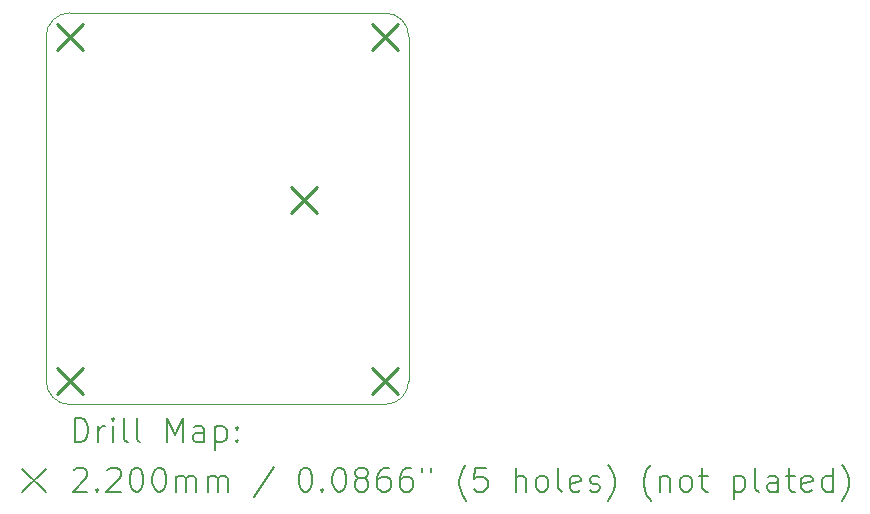
<source format=gbr>
%TF.GenerationSoftware,KiCad,Pcbnew,7.0.1*%
%TF.CreationDate,2023-07-13T12:38:34+02:00*%
%TF.ProjectId,voltmeter,766f6c74-6d65-4746-9572-2e6b69636164,3*%
%TF.SameCoordinates,Original*%
%TF.FileFunction,Drillmap*%
%TF.FilePolarity,Positive*%
%FSLAX45Y45*%
G04 Gerber Fmt 4.5, Leading zero omitted, Abs format (unit mm)*
G04 Created by KiCad (PCBNEW 7.0.1) date 2023-07-13 12:38:34*
%MOMM*%
%LPD*%
G01*
G04 APERTURE LIST*
%ADD10C,0.100000*%
%ADD11C,0.200000*%
%ADD12C,0.220000*%
G04 APERTURE END LIST*
D10*
X8330000Y-8122500D02*
X8330000Y-5207500D01*
X11200000Y-8322500D02*
X8530000Y-8322500D01*
X11400000Y-5207500D02*
X11400000Y-8122500D01*
X8530000Y-5007500D02*
G75*
G03*
X8330000Y-5207500I0J-200000D01*
G01*
X8530000Y-5007500D02*
X11200000Y-5007500D01*
X8330000Y-8122500D02*
G75*
G03*
X8530000Y-8322500I200000J0D01*
G01*
X11200000Y-8322500D02*
G75*
G03*
X11400000Y-8122500I0J200000D01*
G01*
X11400000Y-5207500D02*
G75*
G03*
X11200000Y-5007500I-200000J0D01*
G01*
D11*
D12*
X8420000Y-5097500D02*
X8640000Y-5317500D01*
X8640000Y-5097500D02*
X8420000Y-5317500D01*
X8420000Y-8012500D02*
X8640000Y-8232500D01*
X8640000Y-8012500D02*
X8420000Y-8232500D01*
X10405000Y-6478750D02*
X10625000Y-6698750D01*
X10625000Y-6478750D02*
X10405000Y-6698750D01*
X11090000Y-5097500D02*
X11310000Y-5317500D01*
X11310000Y-5097500D02*
X11090000Y-5317500D01*
X11090000Y-8012500D02*
X11310000Y-8232500D01*
X11310000Y-8012500D02*
X11090000Y-8232500D01*
D11*
X8572619Y-8640024D02*
X8572619Y-8440024D01*
X8572619Y-8440024D02*
X8620238Y-8440024D01*
X8620238Y-8440024D02*
X8648810Y-8449548D01*
X8648810Y-8449548D02*
X8667857Y-8468595D01*
X8667857Y-8468595D02*
X8677381Y-8487643D01*
X8677381Y-8487643D02*
X8686905Y-8525738D01*
X8686905Y-8525738D02*
X8686905Y-8554310D01*
X8686905Y-8554310D02*
X8677381Y-8592405D01*
X8677381Y-8592405D02*
X8667857Y-8611452D01*
X8667857Y-8611452D02*
X8648810Y-8630500D01*
X8648810Y-8630500D02*
X8620238Y-8640024D01*
X8620238Y-8640024D02*
X8572619Y-8640024D01*
X8772619Y-8640024D02*
X8772619Y-8506690D01*
X8772619Y-8544786D02*
X8782143Y-8525738D01*
X8782143Y-8525738D02*
X8791667Y-8516214D01*
X8791667Y-8516214D02*
X8810714Y-8506690D01*
X8810714Y-8506690D02*
X8829762Y-8506690D01*
X8896429Y-8640024D02*
X8896429Y-8506690D01*
X8896429Y-8440024D02*
X8886905Y-8449548D01*
X8886905Y-8449548D02*
X8896429Y-8459071D01*
X8896429Y-8459071D02*
X8905952Y-8449548D01*
X8905952Y-8449548D02*
X8896429Y-8440024D01*
X8896429Y-8440024D02*
X8896429Y-8459071D01*
X9020238Y-8640024D02*
X9001190Y-8630500D01*
X9001190Y-8630500D02*
X8991667Y-8611452D01*
X8991667Y-8611452D02*
X8991667Y-8440024D01*
X9125000Y-8640024D02*
X9105952Y-8630500D01*
X9105952Y-8630500D02*
X9096429Y-8611452D01*
X9096429Y-8611452D02*
X9096429Y-8440024D01*
X9353571Y-8640024D02*
X9353571Y-8440024D01*
X9353571Y-8440024D02*
X9420238Y-8582881D01*
X9420238Y-8582881D02*
X9486905Y-8440024D01*
X9486905Y-8440024D02*
X9486905Y-8640024D01*
X9667857Y-8640024D02*
X9667857Y-8535262D01*
X9667857Y-8535262D02*
X9658333Y-8516214D01*
X9658333Y-8516214D02*
X9639286Y-8506690D01*
X9639286Y-8506690D02*
X9601190Y-8506690D01*
X9601190Y-8506690D02*
X9582143Y-8516214D01*
X9667857Y-8630500D02*
X9648810Y-8640024D01*
X9648810Y-8640024D02*
X9601190Y-8640024D01*
X9601190Y-8640024D02*
X9582143Y-8630500D01*
X9582143Y-8630500D02*
X9572619Y-8611452D01*
X9572619Y-8611452D02*
X9572619Y-8592405D01*
X9572619Y-8592405D02*
X9582143Y-8573357D01*
X9582143Y-8573357D02*
X9601190Y-8563833D01*
X9601190Y-8563833D02*
X9648810Y-8563833D01*
X9648810Y-8563833D02*
X9667857Y-8554310D01*
X9763095Y-8506690D02*
X9763095Y-8706690D01*
X9763095Y-8516214D02*
X9782143Y-8506690D01*
X9782143Y-8506690D02*
X9820238Y-8506690D01*
X9820238Y-8506690D02*
X9839286Y-8516214D01*
X9839286Y-8516214D02*
X9848810Y-8525738D01*
X9848810Y-8525738D02*
X9858333Y-8544786D01*
X9858333Y-8544786D02*
X9858333Y-8601929D01*
X9858333Y-8601929D02*
X9848810Y-8620976D01*
X9848810Y-8620976D02*
X9839286Y-8630500D01*
X9839286Y-8630500D02*
X9820238Y-8640024D01*
X9820238Y-8640024D02*
X9782143Y-8640024D01*
X9782143Y-8640024D02*
X9763095Y-8630500D01*
X9944048Y-8620976D02*
X9953571Y-8630500D01*
X9953571Y-8630500D02*
X9944048Y-8640024D01*
X9944048Y-8640024D02*
X9934524Y-8630500D01*
X9934524Y-8630500D02*
X9944048Y-8620976D01*
X9944048Y-8620976D02*
X9944048Y-8640024D01*
X9944048Y-8516214D02*
X9953571Y-8525738D01*
X9953571Y-8525738D02*
X9944048Y-8535262D01*
X9944048Y-8535262D02*
X9934524Y-8525738D01*
X9934524Y-8525738D02*
X9944048Y-8516214D01*
X9944048Y-8516214D02*
X9944048Y-8535262D01*
X8125000Y-8867500D02*
X8325000Y-9067500D01*
X8325000Y-8867500D02*
X8125000Y-9067500D01*
X8563095Y-8879071D02*
X8572619Y-8869548D01*
X8572619Y-8869548D02*
X8591667Y-8860024D01*
X8591667Y-8860024D02*
X8639286Y-8860024D01*
X8639286Y-8860024D02*
X8658333Y-8869548D01*
X8658333Y-8869548D02*
X8667857Y-8879071D01*
X8667857Y-8879071D02*
X8677381Y-8898119D01*
X8677381Y-8898119D02*
X8677381Y-8917167D01*
X8677381Y-8917167D02*
X8667857Y-8945738D01*
X8667857Y-8945738D02*
X8553571Y-9060024D01*
X8553571Y-9060024D02*
X8677381Y-9060024D01*
X8763095Y-9040976D02*
X8772619Y-9050500D01*
X8772619Y-9050500D02*
X8763095Y-9060024D01*
X8763095Y-9060024D02*
X8753571Y-9050500D01*
X8753571Y-9050500D02*
X8763095Y-9040976D01*
X8763095Y-9040976D02*
X8763095Y-9060024D01*
X8848810Y-8879071D02*
X8858333Y-8869548D01*
X8858333Y-8869548D02*
X8877381Y-8860024D01*
X8877381Y-8860024D02*
X8925000Y-8860024D01*
X8925000Y-8860024D02*
X8944048Y-8869548D01*
X8944048Y-8869548D02*
X8953571Y-8879071D01*
X8953571Y-8879071D02*
X8963095Y-8898119D01*
X8963095Y-8898119D02*
X8963095Y-8917167D01*
X8963095Y-8917167D02*
X8953571Y-8945738D01*
X8953571Y-8945738D02*
X8839286Y-9060024D01*
X8839286Y-9060024D02*
X8963095Y-9060024D01*
X9086905Y-8860024D02*
X9105952Y-8860024D01*
X9105952Y-8860024D02*
X9125000Y-8869548D01*
X9125000Y-8869548D02*
X9134524Y-8879071D01*
X9134524Y-8879071D02*
X9144048Y-8898119D01*
X9144048Y-8898119D02*
X9153571Y-8936214D01*
X9153571Y-8936214D02*
X9153571Y-8983833D01*
X9153571Y-8983833D02*
X9144048Y-9021929D01*
X9144048Y-9021929D02*
X9134524Y-9040976D01*
X9134524Y-9040976D02*
X9125000Y-9050500D01*
X9125000Y-9050500D02*
X9105952Y-9060024D01*
X9105952Y-9060024D02*
X9086905Y-9060024D01*
X9086905Y-9060024D02*
X9067857Y-9050500D01*
X9067857Y-9050500D02*
X9058333Y-9040976D01*
X9058333Y-9040976D02*
X9048810Y-9021929D01*
X9048810Y-9021929D02*
X9039286Y-8983833D01*
X9039286Y-8983833D02*
X9039286Y-8936214D01*
X9039286Y-8936214D02*
X9048810Y-8898119D01*
X9048810Y-8898119D02*
X9058333Y-8879071D01*
X9058333Y-8879071D02*
X9067857Y-8869548D01*
X9067857Y-8869548D02*
X9086905Y-8860024D01*
X9277381Y-8860024D02*
X9296429Y-8860024D01*
X9296429Y-8860024D02*
X9315476Y-8869548D01*
X9315476Y-8869548D02*
X9325000Y-8879071D01*
X9325000Y-8879071D02*
X9334524Y-8898119D01*
X9334524Y-8898119D02*
X9344048Y-8936214D01*
X9344048Y-8936214D02*
X9344048Y-8983833D01*
X9344048Y-8983833D02*
X9334524Y-9021929D01*
X9334524Y-9021929D02*
X9325000Y-9040976D01*
X9325000Y-9040976D02*
X9315476Y-9050500D01*
X9315476Y-9050500D02*
X9296429Y-9060024D01*
X9296429Y-9060024D02*
X9277381Y-9060024D01*
X9277381Y-9060024D02*
X9258333Y-9050500D01*
X9258333Y-9050500D02*
X9248810Y-9040976D01*
X9248810Y-9040976D02*
X9239286Y-9021929D01*
X9239286Y-9021929D02*
X9229762Y-8983833D01*
X9229762Y-8983833D02*
X9229762Y-8936214D01*
X9229762Y-8936214D02*
X9239286Y-8898119D01*
X9239286Y-8898119D02*
X9248810Y-8879071D01*
X9248810Y-8879071D02*
X9258333Y-8869548D01*
X9258333Y-8869548D02*
X9277381Y-8860024D01*
X9429762Y-9060024D02*
X9429762Y-8926690D01*
X9429762Y-8945738D02*
X9439286Y-8936214D01*
X9439286Y-8936214D02*
X9458333Y-8926690D01*
X9458333Y-8926690D02*
X9486905Y-8926690D01*
X9486905Y-8926690D02*
X9505952Y-8936214D01*
X9505952Y-8936214D02*
X9515476Y-8955262D01*
X9515476Y-8955262D02*
X9515476Y-9060024D01*
X9515476Y-8955262D02*
X9525000Y-8936214D01*
X9525000Y-8936214D02*
X9544048Y-8926690D01*
X9544048Y-8926690D02*
X9572619Y-8926690D01*
X9572619Y-8926690D02*
X9591667Y-8936214D01*
X9591667Y-8936214D02*
X9601191Y-8955262D01*
X9601191Y-8955262D02*
X9601191Y-9060024D01*
X9696429Y-9060024D02*
X9696429Y-8926690D01*
X9696429Y-8945738D02*
X9705952Y-8936214D01*
X9705952Y-8936214D02*
X9725000Y-8926690D01*
X9725000Y-8926690D02*
X9753572Y-8926690D01*
X9753572Y-8926690D02*
X9772619Y-8936214D01*
X9772619Y-8936214D02*
X9782143Y-8955262D01*
X9782143Y-8955262D02*
X9782143Y-9060024D01*
X9782143Y-8955262D02*
X9791667Y-8936214D01*
X9791667Y-8936214D02*
X9810714Y-8926690D01*
X9810714Y-8926690D02*
X9839286Y-8926690D01*
X9839286Y-8926690D02*
X9858333Y-8936214D01*
X9858333Y-8936214D02*
X9867857Y-8955262D01*
X9867857Y-8955262D02*
X9867857Y-9060024D01*
X10258333Y-8850500D02*
X10086905Y-9107643D01*
X10515476Y-8860024D02*
X10534524Y-8860024D01*
X10534524Y-8860024D02*
X10553572Y-8869548D01*
X10553572Y-8869548D02*
X10563095Y-8879071D01*
X10563095Y-8879071D02*
X10572619Y-8898119D01*
X10572619Y-8898119D02*
X10582143Y-8936214D01*
X10582143Y-8936214D02*
X10582143Y-8983833D01*
X10582143Y-8983833D02*
X10572619Y-9021929D01*
X10572619Y-9021929D02*
X10563095Y-9040976D01*
X10563095Y-9040976D02*
X10553572Y-9050500D01*
X10553572Y-9050500D02*
X10534524Y-9060024D01*
X10534524Y-9060024D02*
X10515476Y-9060024D01*
X10515476Y-9060024D02*
X10496429Y-9050500D01*
X10496429Y-9050500D02*
X10486905Y-9040976D01*
X10486905Y-9040976D02*
X10477381Y-9021929D01*
X10477381Y-9021929D02*
X10467857Y-8983833D01*
X10467857Y-8983833D02*
X10467857Y-8936214D01*
X10467857Y-8936214D02*
X10477381Y-8898119D01*
X10477381Y-8898119D02*
X10486905Y-8879071D01*
X10486905Y-8879071D02*
X10496429Y-8869548D01*
X10496429Y-8869548D02*
X10515476Y-8860024D01*
X10667857Y-9040976D02*
X10677381Y-9050500D01*
X10677381Y-9050500D02*
X10667857Y-9060024D01*
X10667857Y-9060024D02*
X10658334Y-9050500D01*
X10658334Y-9050500D02*
X10667857Y-9040976D01*
X10667857Y-9040976D02*
X10667857Y-9060024D01*
X10801191Y-8860024D02*
X10820238Y-8860024D01*
X10820238Y-8860024D02*
X10839286Y-8869548D01*
X10839286Y-8869548D02*
X10848810Y-8879071D01*
X10848810Y-8879071D02*
X10858334Y-8898119D01*
X10858334Y-8898119D02*
X10867857Y-8936214D01*
X10867857Y-8936214D02*
X10867857Y-8983833D01*
X10867857Y-8983833D02*
X10858334Y-9021929D01*
X10858334Y-9021929D02*
X10848810Y-9040976D01*
X10848810Y-9040976D02*
X10839286Y-9050500D01*
X10839286Y-9050500D02*
X10820238Y-9060024D01*
X10820238Y-9060024D02*
X10801191Y-9060024D01*
X10801191Y-9060024D02*
X10782143Y-9050500D01*
X10782143Y-9050500D02*
X10772619Y-9040976D01*
X10772619Y-9040976D02*
X10763095Y-9021929D01*
X10763095Y-9021929D02*
X10753572Y-8983833D01*
X10753572Y-8983833D02*
X10753572Y-8936214D01*
X10753572Y-8936214D02*
X10763095Y-8898119D01*
X10763095Y-8898119D02*
X10772619Y-8879071D01*
X10772619Y-8879071D02*
X10782143Y-8869548D01*
X10782143Y-8869548D02*
X10801191Y-8860024D01*
X10982143Y-8945738D02*
X10963095Y-8936214D01*
X10963095Y-8936214D02*
X10953572Y-8926690D01*
X10953572Y-8926690D02*
X10944048Y-8907643D01*
X10944048Y-8907643D02*
X10944048Y-8898119D01*
X10944048Y-8898119D02*
X10953572Y-8879071D01*
X10953572Y-8879071D02*
X10963095Y-8869548D01*
X10963095Y-8869548D02*
X10982143Y-8860024D01*
X10982143Y-8860024D02*
X11020238Y-8860024D01*
X11020238Y-8860024D02*
X11039286Y-8869548D01*
X11039286Y-8869548D02*
X11048810Y-8879071D01*
X11048810Y-8879071D02*
X11058334Y-8898119D01*
X11058334Y-8898119D02*
X11058334Y-8907643D01*
X11058334Y-8907643D02*
X11048810Y-8926690D01*
X11048810Y-8926690D02*
X11039286Y-8936214D01*
X11039286Y-8936214D02*
X11020238Y-8945738D01*
X11020238Y-8945738D02*
X10982143Y-8945738D01*
X10982143Y-8945738D02*
X10963095Y-8955262D01*
X10963095Y-8955262D02*
X10953572Y-8964786D01*
X10953572Y-8964786D02*
X10944048Y-8983833D01*
X10944048Y-8983833D02*
X10944048Y-9021929D01*
X10944048Y-9021929D02*
X10953572Y-9040976D01*
X10953572Y-9040976D02*
X10963095Y-9050500D01*
X10963095Y-9050500D02*
X10982143Y-9060024D01*
X10982143Y-9060024D02*
X11020238Y-9060024D01*
X11020238Y-9060024D02*
X11039286Y-9050500D01*
X11039286Y-9050500D02*
X11048810Y-9040976D01*
X11048810Y-9040976D02*
X11058334Y-9021929D01*
X11058334Y-9021929D02*
X11058334Y-8983833D01*
X11058334Y-8983833D02*
X11048810Y-8964786D01*
X11048810Y-8964786D02*
X11039286Y-8955262D01*
X11039286Y-8955262D02*
X11020238Y-8945738D01*
X11229762Y-8860024D02*
X11191667Y-8860024D01*
X11191667Y-8860024D02*
X11172619Y-8869548D01*
X11172619Y-8869548D02*
X11163095Y-8879071D01*
X11163095Y-8879071D02*
X11144048Y-8907643D01*
X11144048Y-8907643D02*
X11134524Y-8945738D01*
X11134524Y-8945738D02*
X11134524Y-9021929D01*
X11134524Y-9021929D02*
X11144048Y-9040976D01*
X11144048Y-9040976D02*
X11153572Y-9050500D01*
X11153572Y-9050500D02*
X11172619Y-9060024D01*
X11172619Y-9060024D02*
X11210714Y-9060024D01*
X11210714Y-9060024D02*
X11229762Y-9050500D01*
X11229762Y-9050500D02*
X11239286Y-9040976D01*
X11239286Y-9040976D02*
X11248810Y-9021929D01*
X11248810Y-9021929D02*
X11248810Y-8974310D01*
X11248810Y-8974310D02*
X11239286Y-8955262D01*
X11239286Y-8955262D02*
X11229762Y-8945738D01*
X11229762Y-8945738D02*
X11210714Y-8936214D01*
X11210714Y-8936214D02*
X11172619Y-8936214D01*
X11172619Y-8936214D02*
X11153572Y-8945738D01*
X11153572Y-8945738D02*
X11144048Y-8955262D01*
X11144048Y-8955262D02*
X11134524Y-8974310D01*
X11420238Y-8860024D02*
X11382143Y-8860024D01*
X11382143Y-8860024D02*
X11363095Y-8869548D01*
X11363095Y-8869548D02*
X11353572Y-8879071D01*
X11353572Y-8879071D02*
X11334524Y-8907643D01*
X11334524Y-8907643D02*
X11325000Y-8945738D01*
X11325000Y-8945738D02*
X11325000Y-9021929D01*
X11325000Y-9021929D02*
X11334524Y-9040976D01*
X11334524Y-9040976D02*
X11344048Y-9050500D01*
X11344048Y-9050500D02*
X11363095Y-9060024D01*
X11363095Y-9060024D02*
X11401191Y-9060024D01*
X11401191Y-9060024D02*
X11420238Y-9050500D01*
X11420238Y-9050500D02*
X11429762Y-9040976D01*
X11429762Y-9040976D02*
X11439286Y-9021929D01*
X11439286Y-9021929D02*
X11439286Y-8974310D01*
X11439286Y-8974310D02*
X11429762Y-8955262D01*
X11429762Y-8955262D02*
X11420238Y-8945738D01*
X11420238Y-8945738D02*
X11401191Y-8936214D01*
X11401191Y-8936214D02*
X11363095Y-8936214D01*
X11363095Y-8936214D02*
X11344048Y-8945738D01*
X11344048Y-8945738D02*
X11334524Y-8955262D01*
X11334524Y-8955262D02*
X11325000Y-8974310D01*
X11515476Y-8860024D02*
X11515476Y-8898119D01*
X11591667Y-8860024D02*
X11591667Y-8898119D01*
X11886905Y-9136214D02*
X11877381Y-9126690D01*
X11877381Y-9126690D02*
X11858334Y-9098119D01*
X11858334Y-9098119D02*
X11848810Y-9079071D01*
X11848810Y-9079071D02*
X11839286Y-9050500D01*
X11839286Y-9050500D02*
X11829762Y-9002881D01*
X11829762Y-9002881D02*
X11829762Y-8964786D01*
X11829762Y-8964786D02*
X11839286Y-8917167D01*
X11839286Y-8917167D02*
X11848810Y-8888595D01*
X11848810Y-8888595D02*
X11858334Y-8869548D01*
X11858334Y-8869548D02*
X11877381Y-8840976D01*
X11877381Y-8840976D02*
X11886905Y-8831452D01*
X12058334Y-8860024D02*
X11963095Y-8860024D01*
X11963095Y-8860024D02*
X11953572Y-8955262D01*
X11953572Y-8955262D02*
X11963095Y-8945738D01*
X11963095Y-8945738D02*
X11982143Y-8936214D01*
X11982143Y-8936214D02*
X12029762Y-8936214D01*
X12029762Y-8936214D02*
X12048810Y-8945738D01*
X12048810Y-8945738D02*
X12058334Y-8955262D01*
X12058334Y-8955262D02*
X12067857Y-8974310D01*
X12067857Y-8974310D02*
X12067857Y-9021929D01*
X12067857Y-9021929D02*
X12058334Y-9040976D01*
X12058334Y-9040976D02*
X12048810Y-9050500D01*
X12048810Y-9050500D02*
X12029762Y-9060024D01*
X12029762Y-9060024D02*
X11982143Y-9060024D01*
X11982143Y-9060024D02*
X11963095Y-9050500D01*
X11963095Y-9050500D02*
X11953572Y-9040976D01*
X12305953Y-9060024D02*
X12305953Y-8860024D01*
X12391667Y-9060024D02*
X12391667Y-8955262D01*
X12391667Y-8955262D02*
X12382143Y-8936214D01*
X12382143Y-8936214D02*
X12363096Y-8926690D01*
X12363096Y-8926690D02*
X12334524Y-8926690D01*
X12334524Y-8926690D02*
X12315476Y-8936214D01*
X12315476Y-8936214D02*
X12305953Y-8945738D01*
X12515476Y-9060024D02*
X12496429Y-9050500D01*
X12496429Y-9050500D02*
X12486905Y-9040976D01*
X12486905Y-9040976D02*
X12477381Y-9021929D01*
X12477381Y-9021929D02*
X12477381Y-8964786D01*
X12477381Y-8964786D02*
X12486905Y-8945738D01*
X12486905Y-8945738D02*
X12496429Y-8936214D01*
X12496429Y-8936214D02*
X12515476Y-8926690D01*
X12515476Y-8926690D02*
X12544048Y-8926690D01*
X12544048Y-8926690D02*
X12563096Y-8936214D01*
X12563096Y-8936214D02*
X12572619Y-8945738D01*
X12572619Y-8945738D02*
X12582143Y-8964786D01*
X12582143Y-8964786D02*
X12582143Y-9021929D01*
X12582143Y-9021929D02*
X12572619Y-9040976D01*
X12572619Y-9040976D02*
X12563096Y-9050500D01*
X12563096Y-9050500D02*
X12544048Y-9060024D01*
X12544048Y-9060024D02*
X12515476Y-9060024D01*
X12696429Y-9060024D02*
X12677381Y-9050500D01*
X12677381Y-9050500D02*
X12667857Y-9031452D01*
X12667857Y-9031452D02*
X12667857Y-8860024D01*
X12848810Y-9050500D02*
X12829762Y-9060024D01*
X12829762Y-9060024D02*
X12791667Y-9060024D01*
X12791667Y-9060024D02*
X12772619Y-9050500D01*
X12772619Y-9050500D02*
X12763096Y-9031452D01*
X12763096Y-9031452D02*
X12763096Y-8955262D01*
X12763096Y-8955262D02*
X12772619Y-8936214D01*
X12772619Y-8936214D02*
X12791667Y-8926690D01*
X12791667Y-8926690D02*
X12829762Y-8926690D01*
X12829762Y-8926690D02*
X12848810Y-8936214D01*
X12848810Y-8936214D02*
X12858334Y-8955262D01*
X12858334Y-8955262D02*
X12858334Y-8974310D01*
X12858334Y-8974310D02*
X12763096Y-8993357D01*
X12934524Y-9050500D02*
X12953572Y-9060024D01*
X12953572Y-9060024D02*
X12991667Y-9060024D01*
X12991667Y-9060024D02*
X13010715Y-9050500D01*
X13010715Y-9050500D02*
X13020238Y-9031452D01*
X13020238Y-9031452D02*
X13020238Y-9021929D01*
X13020238Y-9021929D02*
X13010715Y-9002881D01*
X13010715Y-9002881D02*
X12991667Y-8993357D01*
X12991667Y-8993357D02*
X12963096Y-8993357D01*
X12963096Y-8993357D02*
X12944048Y-8983833D01*
X12944048Y-8983833D02*
X12934524Y-8964786D01*
X12934524Y-8964786D02*
X12934524Y-8955262D01*
X12934524Y-8955262D02*
X12944048Y-8936214D01*
X12944048Y-8936214D02*
X12963096Y-8926690D01*
X12963096Y-8926690D02*
X12991667Y-8926690D01*
X12991667Y-8926690D02*
X13010715Y-8936214D01*
X13086905Y-9136214D02*
X13096429Y-9126690D01*
X13096429Y-9126690D02*
X13115477Y-9098119D01*
X13115477Y-9098119D02*
X13125000Y-9079071D01*
X13125000Y-9079071D02*
X13134524Y-9050500D01*
X13134524Y-9050500D02*
X13144048Y-9002881D01*
X13144048Y-9002881D02*
X13144048Y-8964786D01*
X13144048Y-8964786D02*
X13134524Y-8917167D01*
X13134524Y-8917167D02*
X13125000Y-8888595D01*
X13125000Y-8888595D02*
X13115477Y-8869548D01*
X13115477Y-8869548D02*
X13096429Y-8840976D01*
X13096429Y-8840976D02*
X13086905Y-8831452D01*
X13448810Y-9136214D02*
X13439286Y-9126690D01*
X13439286Y-9126690D02*
X13420238Y-9098119D01*
X13420238Y-9098119D02*
X13410715Y-9079071D01*
X13410715Y-9079071D02*
X13401191Y-9050500D01*
X13401191Y-9050500D02*
X13391667Y-9002881D01*
X13391667Y-9002881D02*
X13391667Y-8964786D01*
X13391667Y-8964786D02*
X13401191Y-8917167D01*
X13401191Y-8917167D02*
X13410715Y-8888595D01*
X13410715Y-8888595D02*
X13420238Y-8869548D01*
X13420238Y-8869548D02*
X13439286Y-8840976D01*
X13439286Y-8840976D02*
X13448810Y-8831452D01*
X13525000Y-8926690D02*
X13525000Y-9060024D01*
X13525000Y-8945738D02*
X13534524Y-8936214D01*
X13534524Y-8936214D02*
X13553572Y-8926690D01*
X13553572Y-8926690D02*
X13582143Y-8926690D01*
X13582143Y-8926690D02*
X13601191Y-8936214D01*
X13601191Y-8936214D02*
X13610715Y-8955262D01*
X13610715Y-8955262D02*
X13610715Y-9060024D01*
X13734524Y-9060024D02*
X13715477Y-9050500D01*
X13715477Y-9050500D02*
X13705953Y-9040976D01*
X13705953Y-9040976D02*
X13696429Y-9021929D01*
X13696429Y-9021929D02*
X13696429Y-8964786D01*
X13696429Y-8964786D02*
X13705953Y-8945738D01*
X13705953Y-8945738D02*
X13715477Y-8936214D01*
X13715477Y-8936214D02*
X13734524Y-8926690D01*
X13734524Y-8926690D02*
X13763096Y-8926690D01*
X13763096Y-8926690D02*
X13782143Y-8936214D01*
X13782143Y-8936214D02*
X13791667Y-8945738D01*
X13791667Y-8945738D02*
X13801191Y-8964786D01*
X13801191Y-8964786D02*
X13801191Y-9021929D01*
X13801191Y-9021929D02*
X13791667Y-9040976D01*
X13791667Y-9040976D02*
X13782143Y-9050500D01*
X13782143Y-9050500D02*
X13763096Y-9060024D01*
X13763096Y-9060024D02*
X13734524Y-9060024D01*
X13858334Y-8926690D02*
X13934524Y-8926690D01*
X13886905Y-8860024D02*
X13886905Y-9031452D01*
X13886905Y-9031452D02*
X13896429Y-9050500D01*
X13896429Y-9050500D02*
X13915477Y-9060024D01*
X13915477Y-9060024D02*
X13934524Y-9060024D01*
X14153572Y-8926690D02*
X14153572Y-9126690D01*
X14153572Y-8936214D02*
X14172619Y-8926690D01*
X14172619Y-8926690D02*
X14210715Y-8926690D01*
X14210715Y-8926690D02*
X14229762Y-8936214D01*
X14229762Y-8936214D02*
X14239286Y-8945738D01*
X14239286Y-8945738D02*
X14248810Y-8964786D01*
X14248810Y-8964786D02*
X14248810Y-9021929D01*
X14248810Y-9021929D02*
X14239286Y-9040976D01*
X14239286Y-9040976D02*
X14229762Y-9050500D01*
X14229762Y-9050500D02*
X14210715Y-9060024D01*
X14210715Y-9060024D02*
X14172619Y-9060024D01*
X14172619Y-9060024D02*
X14153572Y-9050500D01*
X14363096Y-9060024D02*
X14344048Y-9050500D01*
X14344048Y-9050500D02*
X14334524Y-9031452D01*
X14334524Y-9031452D02*
X14334524Y-8860024D01*
X14525000Y-9060024D02*
X14525000Y-8955262D01*
X14525000Y-8955262D02*
X14515477Y-8936214D01*
X14515477Y-8936214D02*
X14496429Y-8926690D01*
X14496429Y-8926690D02*
X14458334Y-8926690D01*
X14458334Y-8926690D02*
X14439286Y-8936214D01*
X14525000Y-9050500D02*
X14505953Y-9060024D01*
X14505953Y-9060024D02*
X14458334Y-9060024D01*
X14458334Y-9060024D02*
X14439286Y-9050500D01*
X14439286Y-9050500D02*
X14429762Y-9031452D01*
X14429762Y-9031452D02*
X14429762Y-9012405D01*
X14429762Y-9012405D02*
X14439286Y-8993357D01*
X14439286Y-8993357D02*
X14458334Y-8983833D01*
X14458334Y-8983833D02*
X14505953Y-8983833D01*
X14505953Y-8983833D02*
X14525000Y-8974310D01*
X14591667Y-8926690D02*
X14667858Y-8926690D01*
X14620239Y-8860024D02*
X14620239Y-9031452D01*
X14620239Y-9031452D02*
X14629762Y-9050500D01*
X14629762Y-9050500D02*
X14648810Y-9060024D01*
X14648810Y-9060024D02*
X14667858Y-9060024D01*
X14810715Y-9050500D02*
X14791667Y-9060024D01*
X14791667Y-9060024D02*
X14753572Y-9060024D01*
X14753572Y-9060024D02*
X14734524Y-9050500D01*
X14734524Y-9050500D02*
X14725000Y-9031452D01*
X14725000Y-9031452D02*
X14725000Y-8955262D01*
X14725000Y-8955262D02*
X14734524Y-8936214D01*
X14734524Y-8936214D02*
X14753572Y-8926690D01*
X14753572Y-8926690D02*
X14791667Y-8926690D01*
X14791667Y-8926690D02*
X14810715Y-8936214D01*
X14810715Y-8936214D02*
X14820239Y-8955262D01*
X14820239Y-8955262D02*
X14820239Y-8974310D01*
X14820239Y-8974310D02*
X14725000Y-8993357D01*
X14991667Y-9060024D02*
X14991667Y-8860024D01*
X14991667Y-9050500D02*
X14972620Y-9060024D01*
X14972620Y-9060024D02*
X14934524Y-9060024D01*
X14934524Y-9060024D02*
X14915477Y-9050500D01*
X14915477Y-9050500D02*
X14905953Y-9040976D01*
X14905953Y-9040976D02*
X14896429Y-9021929D01*
X14896429Y-9021929D02*
X14896429Y-8964786D01*
X14896429Y-8964786D02*
X14905953Y-8945738D01*
X14905953Y-8945738D02*
X14915477Y-8936214D01*
X14915477Y-8936214D02*
X14934524Y-8926690D01*
X14934524Y-8926690D02*
X14972620Y-8926690D01*
X14972620Y-8926690D02*
X14991667Y-8936214D01*
X15067858Y-9136214D02*
X15077381Y-9126690D01*
X15077381Y-9126690D02*
X15096429Y-9098119D01*
X15096429Y-9098119D02*
X15105953Y-9079071D01*
X15105953Y-9079071D02*
X15115477Y-9050500D01*
X15115477Y-9050500D02*
X15125000Y-9002881D01*
X15125000Y-9002881D02*
X15125000Y-8964786D01*
X15125000Y-8964786D02*
X15115477Y-8917167D01*
X15115477Y-8917167D02*
X15105953Y-8888595D01*
X15105953Y-8888595D02*
X15096429Y-8869548D01*
X15096429Y-8869548D02*
X15077381Y-8840976D01*
X15077381Y-8840976D02*
X15067858Y-8831452D01*
M02*

</source>
